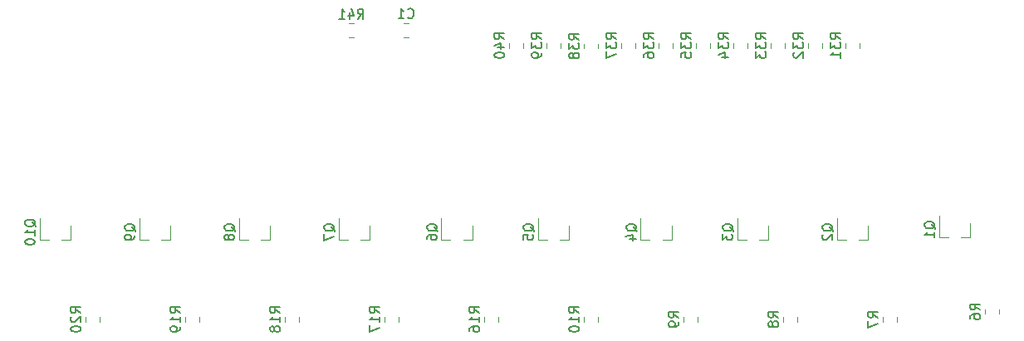
<source format=gbr>
%TF.GenerationSoftware,KiCad,Pcbnew,(5.1.9)-1*%
%TF.CreationDate,2021-03-17T19:06:28+01:00*%
%TF.ProjectId,Nvum_CNC_expander,4e76756d-5f43-44e4-935f-657870616e64,1*%
%TF.SameCoordinates,Original*%
%TF.FileFunction,Legend,Bot*%
%TF.FilePolarity,Positive*%
%FSLAX46Y46*%
G04 Gerber Fmt 4.6, Leading zero omitted, Abs format (unit mm)*
G04 Created by KiCad (PCBNEW (5.1.9)-1) date 2021-03-17 19:06:28*
%MOMM*%
%LPD*%
G01*
G04 APERTURE LIST*
%ADD10C,0.120000*%
%ADD11C,0.150000*%
G04 APERTURE END LIST*
D10*
%TO.C,C1*%
X65263752Y-62965000D02*
X64741248Y-62965000D01*
X65263752Y-61495000D02*
X64741248Y-61495000D01*
%TO.C,Q1*%
X122484000Y-83326000D02*
X121554000Y-83326000D01*
X119324000Y-83326000D02*
X120254000Y-83326000D01*
X119324000Y-83326000D02*
X119324000Y-81166000D01*
X122484000Y-83326000D02*
X122484000Y-81866000D01*
%TO.C,Q2*%
X112070000Y-83580000D02*
X112070000Y-82120000D01*
X108910000Y-83580000D02*
X108910000Y-81420000D01*
X108910000Y-83580000D02*
X109840000Y-83580000D01*
X112070000Y-83580000D02*
X111140000Y-83580000D01*
%TO.C,Q3*%
X101910000Y-83580000D02*
X100980000Y-83580000D01*
X98750000Y-83580000D02*
X99680000Y-83580000D01*
X98750000Y-83580000D02*
X98750000Y-81420000D01*
X101910000Y-83580000D02*
X101910000Y-82120000D01*
%TO.C,Q4*%
X92070000Y-83580000D02*
X92070000Y-82120000D01*
X88910000Y-83580000D02*
X88910000Y-81420000D01*
X88910000Y-83580000D02*
X89840000Y-83580000D01*
X92070000Y-83580000D02*
X91140000Y-83580000D01*
%TO.C,Q5*%
X81590000Y-83580000D02*
X81590000Y-82120000D01*
X78430000Y-83580000D02*
X78430000Y-81420000D01*
X78430000Y-83580000D02*
X79360000Y-83580000D01*
X81590000Y-83580000D02*
X80660000Y-83580000D01*
%TO.C,Q6*%
X71750000Y-83580000D02*
X70820000Y-83580000D01*
X68590000Y-83580000D02*
X69520000Y-83580000D01*
X68590000Y-83580000D02*
X68590000Y-81420000D01*
X71750000Y-83580000D02*
X71750000Y-82120000D01*
%TO.C,Q7*%
X61270000Y-83580000D02*
X60340000Y-83580000D01*
X58110000Y-83580000D02*
X59040000Y-83580000D01*
X58110000Y-83580000D02*
X58110000Y-81420000D01*
X61270000Y-83580000D02*
X61270000Y-82120000D01*
%TO.C,Q8*%
X51110000Y-83580000D02*
X50180000Y-83580000D01*
X47950000Y-83580000D02*
X48880000Y-83580000D01*
X47950000Y-83580000D02*
X47950000Y-81420000D01*
X51110000Y-83580000D02*
X51110000Y-82120000D01*
%TO.C,Q9*%
X40950000Y-83580000D02*
X40950000Y-82120000D01*
X37790000Y-83580000D02*
X37790000Y-81420000D01*
X37790000Y-83580000D02*
X38720000Y-83580000D01*
X40950000Y-83580000D02*
X40020000Y-83580000D01*
%TO.C,Q10*%
X30790000Y-83580000D02*
X30790000Y-82120000D01*
X27630000Y-83580000D02*
X27630000Y-81420000D01*
X27630000Y-83580000D02*
X28560000Y-83580000D01*
X30790000Y-83580000D02*
X29860000Y-83580000D01*
%TO.C,R6*%
X125449000Y-90688936D02*
X125449000Y-91143064D01*
X123979000Y-90688936D02*
X123979000Y-91143064D01*
%TO.C,R7*%
X115035000Y-91482936D02*
X115035000Y-91937064D01*
X113565000Y-91482936D02*
X113565000Y-91937064D01*
%TO.C,R8*%
X103405000Y-91482936D02*
X103405000Y-91937064D01*
X104875000Y-91482936D02*
X104875000Y-91937064D01*
%TO.C,R9*%
X94715000Y-91482936D02*
X94715000Y-91937064D01*
X93245000Y-91482936D02*
X93245000Y-91937064D01*
%TO.C,R10*%
X84555000Y-91482936D02*
X84555000Y-91937064D01*
X83085000Y-91482936D02*
X83085000Y-91937064D01*
%TO.C,R16*%
X72925000Y-91482936D02*
X72925000Y-91937064D01*
X74395000Y-91482936D02*
X74395000Y-91937064D01*
%TO.C,R17*%
X64235000Y-91482936D02*
X64235000Y-91937064D01*
X62765000Y-91482936D02*
X62765000Y-91937064D01*
%TO.C,R18*%
X52605000Y-91482936D02*
X52605000Y-91937064D01*
X54075000Y-91482936D02*
X54075000Y-91937064D01*
%TO.C,R19*%
X42445000Y-91482936D02*
X42445000Y-91937064D01*
X43915000Y-91482936D02*
X43915000Y-91937064D01*
%TO.C,R20*%
X32285000Y-91482936D02*
X32285000Y-91937064D01*
X33755000Y-91482936D02*
X33755000Y-91937064D01*
%TO.C,R31*%
X111225000Y-63542936D02*
X111225000Y-63997064D01*
X109755000Y-63542936D02*
X109755000Y-63997064D01*
%TO.C,R32*%
X105945000Y-63542936D02*
X105945000Y-63997064D01*
X107415000Y-63542936D02*
X107415000Y-63997064D01*
%TO.C,R33*%
X103605000Y-63542936D02*
X103605000Y-63997064D01*
X102135000Y-63542936D02*
X102135000Y-63997064D01*
%TO.C,R34*%
X98325000Y-63542936D02*
X98325000Y-63997064D01*
X99795000Y-63542936D02*
X99795000Y-63997064D01*
%TO.C,R35*%
X95985000Y-63542936D02*
X95985000Y-63997064D01*
X94515000Y-63542936D02*
X94515000Y-63997064D01*
%TO.C,R36*%
X92175000Y-63542936D02*
X92175000Y-63997064D01*
X90705000Y-63542936D02*
X90705000Y-63997064D01*
%TO.C,R37*%
X86895000Y-63542936D02*
X86895000Y-63997064D01*
X88365000Y-63542936D02*
X88365000Y-63997064D01*
%TO.C,R38*%
X84555000Y-63587937D02*
X84555000Y-64042065D01*
X83085000Y-63587937D02*
X83085000Y-64042065D01*
%TO.C,R39*%
X79275000Y-63542936D02*
X79275000Y-63997064D01*
X80745000Y-63542936D02*
X80745000Y-63997064D01*
%TO.C,R40*%
X76935000Y-63542936D02*
X76935000Y-63997064D01*
X75465000Y-63542936D02*
X75465000Y-63997064D01*
%TO.C,R41*%
X59647064Y-61495000D02*
X59192936Y-61495000D01*
X59647064Y-62965000D02*
X59192936Y-62965000D01*
%TO.C,C1*%
D11*
X65169166Y-60907142D02*
X65216785Y-60954761D01*
X65359642Y-61002380D01*
X65454880Y-61002380D01*
X65597738Y-60954761D01*
X65692976Y-60859523D01*
X65740595Y-60764285D01*
X65788214Y-60573809D01*
X65788214Y-60430952D01*
X65740595Y-60240476D01*
X65692976Y-60145238D01*
X65597738Y-60050000D01*
X65454880Y-60002380D01*
X65359642Y-60002380D01*
X65216785Y-60050000D01*
X65169166Y-60097619D01*
X64216785Y-61002380D02*
X64788214Y-61002380D01*
X64502500Y-61002380D02*
X64502500Y-60002380D01*
X64597738Y-60145238D01*
X64692976Y-60240476D01*
X64788214Y-60288095D01*
%TO.C,Q1*%
X118951619Y-82470761D02*
X118904000Y-82375523D01*
X118808761Y-82280285D01*
X118665904Y-82137428D01*
X118618285Y-82042190D01*
X118618285Y-81946952D01*
X118856380Y-81994571D02*
X118808761Y-81899333D01*
X118713523Y-81804095D01*
X118523047Y-81756476D01*
X118189714Y-81756476D01*
X117999238Y-81804095D01*
X117904000Y-81899333D01*
X117856380Y-81994571D01*
X117856380Y-82185047D01*
X117904000Y-82280285D01*
X117999238Y-82375523D01*
X118189714Y-82423142D01*
X118523047Y-82423142D01*
X118713523Y-82375523D01*
X118808761Y-82280285D01*
X118856380Y-82185047D01*
X118856380Y-81994571D01*
X118856380Y-83375523D02*
X118856380Y-82804095D01*
X118856380Y-83089809D02*
X117856380Y-83089809D01*
X117999238Y-82994571D01*
X118094476Y-82899333D01*
X118142095Y-82804095D01*
%TO.C,Q2*%
X108537619Y-82724761D02*
X108490000Y-82629523D01*
X108394761Y-82534285D01*
X108251904Y-82391428D01*
X108204285Y-82296190D01*
X108204285Y-82200952D01*
X108442380Y-82248571D02*
X108394761Y-82153333D01*
X108299523Y-82058095D01*
X108109047Y-82010476D01*
X107775714Y-82010476D01*
X107585238Y-82058095D01*
X107490000Y-82153333D01*
X107442380Y-82248571D01*
X107442380Y-82439047D01*
X107490000Y-82534285D01*
X107585238Y-82629523D01*
X107775714Y-82677142D01*
X108109047Y-82677142D01*
X108299523Y-82629523D01*
X108394761Y-82534285D01*
X108442380Y-82439047D01*
X108442380Y-82248571D01*
X107537619Y-83058095D02*
X107490000Y-83105714D01*
X107442380Y-83200952D01*
X107442380Y-83439047D01*
X107490000Y-83534285D01*
X107537619Y-83581904D01*
X107632857Y-83629523D01*
X107728095Y-83629523D01*
X107870952Y-83581904D01*
X108442380Y-83010476D01*
X108442380Y-83629523D01*
%TO.C,Q3*%
X98377619Y-82724761D02*
X98330000Y-82629523D01*
X98234761Y-82534285D01*
X98091904Y-82391428D01*
X98044285Y-82296190D01*
X98044285Y-82200952D01*
X98282380Y-82248571D02*
X98234761Y-82153333D01*
X98139523Y-82058095D01*
X97949047Y-82010476D01*
X97615714Y-82010476D01*
X97425238Y-82058095D01*
X97330000Y-82153333D01*
X97282380Y-82248571D01*
X97282380Y-82439047D01*
X97330000Y-82534285D01*
X97425238Y-82629523D01*
X97615714Y-82677142D01*
X97949047Y-82677142D01*
X98139523Y-82629523D01*
X98234761Y-82534285D01*
X98282380Y-82439047D01*
X98282380Y-82248571D01*
X97282380Y-83010476D02*
X97282380Y-83629523D01*
X97663333Y-83296190D01*
X97663333Y-83439047D01*
X97710952Y-83534285D01*
X97758571Y-83581904D01*
X97853809Y-83629523D01*
X98091904Y-83629523D01*
X98187142Y-83581904D01*
X98234761Y-83534285D01*
X98282380Y-83439047D01*
X98282380Y-83153333D01*
X98234761Y-83058095D01*
X98187142Y-83010476D01*
%TO.C,Q4*%
X88537619Y-82724761D02*
X88490000Y-82629523D01*
X88394761Y-82534285D01*
X88251904Y-82391428D01*
X88204285Y-82296190D01*
X88204285Y-82200952D01*
X88442380Y-82248571D02*
X88394761Y-82153333D01*
X88299523Y-82058095D01*
X88109047Y-82010476D01*
X87775714Y-82010476D01*
X87585238Y-82058095D01*
X87490000Y-82153333D01*
X87442380Y-82248571D01*
X87442380Y-82439047D01*
X87490000Y-82534285D01*
X87585238Y-82629523D01*
X87775714Y-82677142D01*
X88109047Y-82677142D01*
X88299523Y-82629523D01*
X88394761Y-82534285D01*
X88442380Y-82439047D01*
X88442380Y-82248571D01*
X87775714Y-83534285D02*
X88442380Y-83534285D01*
X87394761Y-83296190D02*
X88109047Y-83058095D01*
X88109047Y-83677142D01*
%TO.C,Q5*%
X78057619Y-82724761D02*
X78010000Y-82629523D01*
X77914761Y-82534285D01*
X77771904Y-82391428D01*
X77724285Y-82296190D01*
X77724285Y-82200952D01*
X77962380Y-82248571D02*
X77914761Y-82153333D01*
X77819523Y-82058095D01*
X77629047Y-82010476D01*
X77295714Y-82010476D01*
X77105238Y-82058095D01*
X77010000Y-82153333D01*
X76962380Y-82248571D01*
X76962380Y-82439047D01*
X77010000Y-82534285D01*
X77105238Y-82629523D01*
X77295714Y-82677142D01*
X77629047Y-82677142D01*
X77819523Y-82629523D01*
X77914761Y-82534285D01*
X77962380Y-82439047D01*
X77962380Y-82248571D01*
X76962380Y-83581904D02*
X76962380Y-83105714D01*
X77438571Y-83058095D01*
X77390952Y-83105714D01*
X77343333Y-83200952D01*
X77343333Y-83439047D01*
X77390952Y-83534285D01*
X77438571Y-83581904D01*
X77533809Y-83629523D01*
X77771904Y-83629523D01*
X77867142Y-83581904D01*
X77914761Y-83534285D01*
X77962380Y-83439047D01*
X77962380Y-83200952D01*
X77914761Y-83105714D01*
X77867142Y-83058095D01*
%TO.C,Q6*%
X68217619Y-82724761D02*
X68170000Y-82629523D01*
X68074761Y-82534285D01*
X67931904Y-82391428D01*
X67884285Y-82296190D01*
X67884285Y-82200952D01*
X68122380Y-82248571D02*
X68074761Y-82153333D01*
X67979523Y-82058095D01*
X67789047Y-82010476D01*
X67455714Y-82010476D01*
X67265238Y-82058095D01*
X67170000Y-82153333D01*
X67122380Y-82248571D01*
X67122380Y-82439047D01*
X67170000Y-82534285D01*
X67265238Y-82629523D01*
X67455714Y-82677142D01*
X67789047Y-82677142D01*
X67979523Y-82629523D01*
X68074761Y-82534285D01*
X68122380Y-82439047D01*
X68122380Y-82248571D01*
X67122380Y-83534285D02*
X67122380Y-83343809D01*
X67170000Y-83248571D01*
X67217619Y-83200952D01*
X67360476Y-83105714D01*
X67550952Y-83058095D01*
X67931904Y-83058095D01*
X68027142Y-83105714D01*
X68074761Y-83153333D01*
X68122380Y-83248571D01*
X68122380Y-83439047D01*
X68074761Y-83534285D01*
X68027142Y-83581904D01*
X67931904Y-83629523D01*
X67693809Y-83629523D01*
X67598571Y-83581904D01*
X67550952Y-83534285D01*
X67503333Y-83439047D01*
X67503333Y-83248571D01*
X67550952Y-83153333D01*
X67598571Y-83105714D01*
X67693809Y-83058095D01*
%TO.C,Q7*%
X57737619Y-82724761D02*
X57690000Y-82629523D01*
X57594761Y-82534285D01*
X57451904Y-82391428D01*
X57404285Y-82296190D01*
X57404285Y-82200952D01*
X57642380Y-82248571D02*
X57594761Y-82153333D01*
X57499523Y-82058095D01*
X57309047Y-82010476D01*
X56975714Y-82010476D01*
X56785238Y-82058095D01*
X56690000Y-82153333D01*
X56642380Y-82248571D01*
X56642380Y-82439047D01*
X56690000Y-82534285D01*
X56785238Y-82629523D01*
X56975714Y-82677142D01*
X57309047Y-82677142D01*
X57499523Y-82629523D01*
X57594761Y-82534285D01*
X57642380Y-82439047D01*
X57642380Y-82248571D01*
X56642380Y-83010476D02*
X56642380Y-83677142D01*
X57642380Y-83248571D01*
%TO.C,Q8*%
X47577619Y-82724761D02*
X47530000Y-82629523D01*
X47434761Y-82534285D01*
X47291904Y-82391428D01*
X47244285Y-82296190D01*
X47244285Y-82200952D01*
X47482380Y-82248571D02*
X47434761Y-82153333D01*
X47339523Y-82058095D01*
X47149047Y-82010476D01*
X46815714Y-82010476D01*
X46625238Y-82058095D01*
X46530000Y-82153333D01*
X46482380Y-82248571D01*
X46482380Y-82439047D01*
X46530000Y-82534285D01*
X46625238Y-82629523D01*
X46815714Y-82677142D01*
X47149047Y-82677142D01*
X47339523Y-82629523D01*
X47434761Y-82534285D01*
X47482380Y-82439047D01*
X47482380Y-82248571D01*
X46910952Y-83248571D02*
X46863333Y-83153333D01*
X46815714Y-83105714D01*
X46720476Y-83058095D01*
X46672857Y-83058095D01*
X46577619Y-83105714D01*
X46530000Y-83153333D01*
X46482380Y-83248571D01*
X46482380Y-83439047D01*
X46530000Y-83534285D01*
X46577619Y-83581904D01*
X46672857Y-83629523D01*
X46720476Y-83629523D01*
X46815714Y-83581904D01*
X46863333Y-83534285D01*
X46910952Y-83439047D01*
X46910952Y-83248571D01*
X46958571Y-83153333D01*
X47006190Y-83105714D01*
X47101428Y-83058095D01*
X47291904Y-83058095D01*
X47387142Y-83105714D01*
X47434761Y-83153333D01*
X47482380Y-83248571D01*
X47482380Y-83439047D01*
X47434761Y-83534285D01*
X47387142Y-83581904D01*
X47291904Y-83629523D01*
X47101428Y-83629523D01*
X47006190Y-83581904D01*
X46958571Y-83534285D01*
X46910952Y-83439047D01*
%TO.C,Q9*%
X37417619Y-82724761D02*
X37370000Y-82629523D01*
X37274761Y-82534285D01*
X37131904Y-82391428D01*
X37084285Y-82296190D01*
X37084285Y-82200952D01*
X37322380Y-82248571D02*
X37274761Y-82153333D01*
X37179523Y-82058095D01*
X36989047Y-82010476D01*
X36655714Y-82010476D01*
X36465238Y-82058095D01*
X36370000Y-82153333D01*
X36322380Y-82248571D01*
X36322380Y-82439047D01*
X36370000Y-82534285D01*
X36465238Y-82629523D01*
X36655714Y-82677142D01*
X36989047Y-82677142D01*
X37179523Y-82629523D01*
X37274761Y-82534285D01*
X37322380Y-82439047D01*
X37322380Y-82248571D01*
X37322380Y-83153333D02*
X37322380Y-83343809D01*
X37274761Y-83439047D01*
X37227142Y-83486666D01*
X37084285Y-83581904D01*
X36893809Y-83629523D01*
X36512857Y-83629523D01*
X36417619Y-83581904D01*
X36370000Y-83534285D01*
X36322380Y-83439047D01*
X36322380Y-83248571D01*
X36370000Y-83153333D01*
X36417619Y-83105714D01*
X36512857Y-83058095D01*
X36750952Y-83058095D01*
X36846190Y-83105714D01*
X36893809Y-83153333D01*
X36941428Y-83248571D01*
X36941428Y-83439047D01*
X36893809Y-83534285D01*
X36846190Y-83581904D01*
X36750952Y-83629523D01*
%TO.C,Q10*%
X27257619Y-82248571D02*
X27210000Y-82153333D01*
X27114761Y-82058095D01*
X26971904Y-81915238D01*
X26924285Y-81820000D01*
X26924285Y-81724761D01*
X27162380Y-81772380D02*
X27114761Y-81677142D01*
X27019523Y-81581904D01*
X26829047Y-81534285D01*
X26495714Y-81534285D01*
X26305238Y-81581904D01*
X26210000Y-81677142D01*
X26162380Y-81772380D01*
X26162380Y-81962857D01*
X26210000Y-82058095D01*
X26305238Y-82153333D01*
X26495714Y-82200952D01*
X26829047Y-82200952D01*
X27019523Y-82153333D01*
X27114761Y-82058095D01*
X27162380Y-81962857D01*
X27162380Y-81772380D01*
X27162380Y-83153333D02*
X27162380Y-82581904D01*
X27162380Y-82867619D02*
X26162380Y-82867619D01*
X26305238Y-82772380D01*
X26400476Y-82677142D01*
X26448095Y-82581904D01*
X26162380Y-83772380D02*
X26162380Y-83867619D01*
X26210000Y-83962857D01*
X26257619Y-84010476D01*
X26352857Y-84058095D01*
X26543333Y-84105714D01*
X26781428Y-84105714D01*
X26971904Y-84058095D01*
X27067142Y-84010476D01*
X27114761Y-83962857D01*
X27162380Y-83867619D01*
X27162380Y-83772380D01*
X27114761Y-83677142D01*
X27067142Y-83629523D01*
X26971904Y-83581904D01*
X26781428Y-83534285D01*
X26543333Y-83534285D01*
X26352857Y-83581904D01*
X26257619Y-83629523D01*
X26210000Y-83677142D01*
X26162380Y-83772380D01*
%TO.C,R6*%
X123516380Y-90749333D02*
X123040190Y-90416000D01*
X123516380Y-90177904D02*
X122516380Y-90177904D01*
X122516380Y-90558857D01*
X122564000Y-90654095D01*
X122611619Y-90701714D01*
X122706857Y-90749333D01*
X122849714Y-90749333D01*
X122944952Y-90701714D01*
X122992571Y-90654095D01*
X123040190Y-90558857D01*
X123040190Y-90177904D01*
X122516380Y-91606476D02*
X122516380Y-91416000D01*
X122564000Y-91320761D01*
X122611619Y-91273142D01*
X122754476Y-91177904D01*
X122944952Y-91130285D01*
X123325904Y-91130285D01*
X123421142Y-91177904D01*
X123468761Y-91225523D01*
X123516380Y-91320761D01*
X123516380Y-91511238D01*
X123468761Y-91606476D01*
X123421142Y-91654095D01*
X123325904Y-91701714D01*
X123087809Y-91701714D01*
X122992571Y-91654095D01*
X122944952Y-91606476D01*
X122897333Y-91511238D01*
X122897333Y-91320761D01*
X122944952Y-91225523D01*
X122992571Y-91177904D01*
X123087809Y-91130285D01*
%TO.C,R7*%
X113102380Y-91543333D02*
X112626190Y-91210000D01*
X113102380Y-90971904D02*
X112102380Y-90971904D01*
X112102380Y-91352857D01*
X112150000Y-91448095D01*
X112197619Y-91495714D01*
X112292857Y-91543333D01*
X112435714Y-91543333D01*
X112530952Y-91495714D01*
X112578571Y-91448095D01*
X112626190Y-91352857D01*
X112626190Y-90971904D01*
X112102380Y-91876666D02*
X112102380Y-92543333D01*
X113102380Y-92114761D01*
%TO.C,R8*%
X102942380Y-91543333D02*
X102466190Y-91210000D01*
X102942380Y-90971904D02*
X101942380Y-90971904D01*
X101942380Y-91352857D01*
X101990000Y-91448095D01*
X102037619Y-91495714D01*
X102132857Y-91543333D01*
X102275714Y-91543333D01*
X102370952Y-91495714D01*
X102418571Y-91448095D01*
X102466190Y-91352857D01*
X102466190Y-90971904D01*
X102370952Y-92114761D02*
X102323333Y-92019523D01*
X102275714Y-91971904D01*
X102180476Y-91924285D01*
X102132857Y-91924285D01*
X102037619Y-91971904D01*
X101990000Y-92019523D01*
X101942380Y-92114761D01*
X101942380Y-92305238D01*
X101990000Y-92400476D01*
X102037619Y-92448095D01*
X102132857Y-92495714D01*
X102180476Y-92495714D01*
X102275714Y-92448095D01*
X102323333Y-92400476D01*
X102370952Y-92305238D01*
X102370952Y-92114761D01*
X102418571Y-92019523D01*
X102466190Y-91971904D01*
X102561428Y-91924285D01*
X102751904Y-91924285D01*
X102847142Y-91971904D01*
X102894761Y-92019523D01*
X102942380Y-92114761D01*
X102942380Y-92305238D01*
X102894761Y-92400476D01*
X102847142Y-92448095D01*
X102751904Y-92495714D01*
X102561428Y-92495714D01*
X102466190Y-92448095D01*
X102418571Y-92400476D01*
X102370952Y-92305238D01*
%TO.C,R9*%
X92782380Y-91543333D02*
X92306190Y-91210000D01*
X92782380Y-90971904D02*
X91782380Y-90971904D01*
X91782380Y-91352857D01*
X91830000Y-91448095D01*
X91877619Y-91495714D01*
X91972857Y-91543333D01*
X92115714Y-91543333D01*
X92210952Y-91495714D01*
X92258571Y-91448095D01*
X92306190Y-91352857D01*
X92306190Y-90971904D01*
X92782380Y-92019523D02*
X92782380Y-92210000D01*
X92734761Y-92305238D01*
X92687142Y-92352857D01*
X92544285Y-92448095D01*
X92353809Y-92495714D01*
X91972857Y-92495714D01*
X91877619Y-92448095D01*
X91830000Y-92400476D01*
X91782380Y-92305238D01*
X91782380Y-92114761D01*
X91830000Y-92019523D01*
X91877619Y-91971904D01*
X91972857Y-91924285D01*
X92210952Y-91924285D01*
X92306190Y-91971904D01*
X92353809Y-92019523D01*
X92401428Y-92114761D01*
X92401428Y-92305238D01*
X92353809Y-92400476D01*
X92306190Y-92448095D01*
X92210952Y-92495714D01*
%TO.C,R10*%
X82622380Y-91067142D02*
X82146190Y-90733809D01*
X82622380Y-90495714D02*
X81622380Y-90495714D01*
X81622380Y-90876666D01*
X81670000Y-90971904D01*
X81717619Y-91019523D01*
X81812857Y-91067142D01*
X81955714Y-91067142D01*
X82050952Y-91019523D01*
X82098571Y-90971904D01*
X82146190Y-90876666D01*
X82146190Y-90495714D01*
X82622380Y-92019523D02*
X82622380Y-91448095D01*
X82622380Y-91733809D02*
X81622380Y-91733809D01*
X81765238Y-91638571D01*
X81860476Y-91543333D01*
X81908095Y-91448095D01*
X81622380Y-92638571D02*
X81622380Y-92733809D01*
X81670000Y-92829047D01*
X81717619Y-92876666D01*
X81812857Y-92924285D01*
X82003333Y-92971904D01*
X82241428Y-92971904D01*
X82431904Y-92924285D01*
X82527142Y-92876666D01*
X82574761Y-92829047D01*
X82622380Y-92733809D01*
X82622380Y-92638571D01*
X82574761Y-92543333D01*
X82527142Y-92495714D01*
X82431904Y-92448095D01*
X82241428Y-92400476D01*
X82003333Y-92400476D01*
X81812857Y-92448095D01*
X81717619Y-92495714D01*
X81670000Y-92543333D01*
X81622380Y-92638571D01*
%TO.C,R16*%
X72462380Y-91067142D02*
X71986190Y-90733809D01*
X72462380Y-90495714D02*
X71462380Y-90495714D01*
X71462380Y-90876666D01*
X71510000Y-90971904D01*
X71557619Y-91019523D01*
X71652857Y-91067142D01*
X71795714Y-91067142D01*
X71890952Y-91019523D01*
X71938571Y-90971904D01*
X71986190Y-90876666D01*
X71986190Y-90495714D01*
X72462380Y-92019523D02*
X72462380Y-91448095D01*
X72462380Y-91733809D02*
X71462380Y-91733809D01*
X71605238Y-91638571D01*
X71700476Y-91543333D01*
X71748095Y-91448095D01*
X71462380Y-92876666D02*
X71462380Y-92686190D01*
X71510000Y-92590952D01*
X71557619Y-92543333D01*
X71700476Y-92448095D01*
X71890952Y-92400476D01*
X72271904Y-92400476D01*
X72367142Y-92448095D01*
X72414761Y-92495714D01*
X72462380Y-92590952D01*
X72462380Y-92781428D01*
X72414761Y-92876666D01*
X72367142Y-92924285D01*
X72271904Y-92971904D01*
X72033809Y-92971904D01*
X71938571Y-92924285D01*
X71890952Y-92876666D01*
X71843333Y-92781428D01*
X71843333Y-92590952D01*
X71890952Y-92495714D01*
X71938571Y-92448095D01*
X72033809Y-92400476D01*
%TO.C,R17*%
X62302380Y-91067142D02*
X61826190Y-90733809D01*
X62302380Y-90495714D02*
X61302380Y-90495714D01*
X61302380Y-90876666D01*
X61350000Y-90971904D01*
X61397619Y-91019523D01*
X61492857Y-91067142D01*
X61635714Y-91067142D01*
X61730952Y-91019523D01*
X61778571Y-90971904D01*
X61826190Y-90876666D01*
X61826190Y-90495714D01*
X62302380Y-92019523D02*
X62302380Y-91448095D01*
X62302380Y-91733809D02*
X61302380Y-91733809D01*
X61445238Y-91638571D01*
X61540476Y-91543333D01*
X61588095Y-91448095D01*
X61302380Y-92352857D02*
X61302380Y-93019523D01*
X62302380Y-92590952D01*
%TO.C,R18*%
X52142380Y-91067142D02*
X51666190Y-90733809D01*
X52142380Y-90495714D02*
X51142380Y-90495714D01*
X51142380Y-90876666D01*
X51190000Y-90971904D01*
X51237619Y-91019523D01*
X51332857Y-91067142D01*
X51475714Y-91067142D01*
X51570952Y-91019523D01*
X51618571Y-90971904D01*
X51666190Y-90876666D01*
X51666190Y-90495714D01*
X52142380Y-92019523D02*
X52142380Y-91448095D01*
X52142380Y-91733809D02*
X51142380Y-91733809D01*
X51285238Y-91638571D01*
X51380476Y-91543333D01*
X51428095Y-91448095D01*
X51570952Y-92590952D02*
X51523333Y-92495714D01*
X51475714Y-92448095D01*
X51380476Y-92400476D01*
X51332857Y-92400476D01*
X51237619Y-92448095D01*
X51190000Y-92495714D01*
X51142380Y-92590952D01*
X51142380Y-92781428D01*
X51190000Y-92876666D01*
X51237619Y-92924285D01*
X51332857Y-92971904D01*
X51380476Y-92971904D01*
X51475714Y-92924285D01*
X51523333Y-92876666D01*
X51570952Y-92781428D01*
X51570952Y-92590952D01*
X51618571Y-92495714D01*
X51666190Y-92448095D01*
X51761428Y-92400476D01*
X51951904Y-92400476D01*
X52047142Y-92448095D01*
X52094761Y-92495714D01*
X52142380Y-92590952D01*
X52142380Y-92781428D01*
X52094761Y-92876666D01*
X52047142Y-92924285D01*
X51951904Y-92971904D01*
X51761428Y-92971904D01*
X51666190Y-92924285D01*
X51618571Y-92876666D01*
X51570952Y-92781428D01*
%TO.C,R19*%
X41982380Y-91067142D02*
X41506190Y-90733809D01*
X41982380Y-90495714D02*
X40982380Y-90495714D01*
X40982380Y-90876666D01*
X41030000Y-90971904D01*
X41077619Y-91019523D01*
X41172857Y-91067142D01*
X41315714Y-91067142D01*
X41410952Y-91019523D01*
X41458571Y-90971904D01*
X41506190Y-90876666D01*
X41506190Y-90495714D01*
X41982380Y-92019523D02*
X41982380Y-91448095D01*
X41982380Y-91733809D02*
X40982380Y-91733809D01*
X41125238Y-91638571D01*
X41220476Y-91543333D01*
X41268095Y-91448095D01*
X41982380Y-92495714D02*
X41982380Y-92686190D01*
X41934761Y-92781428D01*
X41887142Y-92829047D01*
X41744285Y-92924285D01*
X41553809Y-92971904D01*
X41172857Y-92971904D01*
X41077619Y-92924285D01*
X41030000Y-92876666D01*
X40982380Y-92781428D01*
X40982380Y-92590952D01*
X41030000Y-92495714D01*
X41077619Y-92448095D01*
X41172857Y-92400476D01*
X41410952Y-92400476D01*
X41506190Y-92448095D01*
X41553809Y-92495714D01*
X41601428Y-92590952D01*
X41601428Y-92781428D01*
X41553809Y-92876666D01*
X41506190Y-92924285D01*
X41410952Y-92971904D01*
%TO.C,R20*%
X31822380Y-91067142D02*
X31346190Y-90733809D01*
X31822380Y-90495714D02*
X30822380Y-90495714D01*
X30822380Y-90876666D01*
X30870000Y-90971904D01*
X30917619Y-91019523D01*
X31012857Y-91067142D01*
X31155714Y-91067142D01*
X31250952Y-91019523D01*
X31298571Y-90971904D01*
X31346190Y-90876666D01*
X31346190Y-90495714D01*
X30917619Y-91448095D02*
X30870000Y-91495714D01*
X30822380Y-91590952D01*
X30822380Y-91829047D01*
X30870000Y-91924285D01*
X30917619Y-91971904D01*
X31012857Y-92019523D01*
X31108095Y-92019523D01*
X31250952Y-91971904D01*
X31822380Y-91400476D01*
X31822380Y-92019523D01*
X30822380Y-92638571D02*
X30822380Y-92733809D01*
X30870000Y-92829047D01*
X30917619Y-92876666D01*
X31012857Y-92924285D01*
X31203333Y-92971904D01*
X31441428Y-92971904D01*
X31631904Y-92924285D01*
X31727142Y-92876666D01*
X31774761Y-92829047D01*
X31822380Y-92733809D01*
X31822380Y-92638571D01*
X31774761Y-92543333D01*
X31727142Y-92495714D01*
X31631904Y-92448095D01*
X31441428Y-92400476D01*
X31203333Y-92400476D01*
X31012857Y-92448095D01*
X30917619Y-92495714D01*
X30870000Y-92543333D01*
X30822380Y-92638571D01*
%TO.C,R31*%
X109292380Y-63127142D02*
X108816190Y-62793809D01*
X109292380Y-62555714D02*
X108292380Y-62555714D01*
X108292380Y-62936666D01*
X108340000Y-63031904D01*
X108387619Y-63079523D01*
X108482857Y-63127142D01*
X108625714Y-63127142D01*
X108720952Y-63079523D01*
X108768571Y-63031904D01*
X108816190Y-62936666D01*
X108816190Y-62555714D01*
X108292380Y-63460476D02*
X108292380Y-64079523D01*
X108673333Y-63746190D01*
X108673333Y-63889047D01*
X108720952Y-63984285D01*
X108768571Y-64031904D01*
X108863809Y-64079523D01*
X109101904Y-64079523D01*
X109197142Y-64031904D01*
X109244761Y-63984285D01*
X109292380Y-63889047D01*
X109292380Y-63603333D01*
X109244761Y-63508095D01*
X109197142Y-63460476D01*
X109292380Y-65031904D02*
X109292380Y-64460476D01*
X109292380Y-64746190D02*
X108292380Y-64746190D01*
X108435238Y-64650952D01*
X108530476Y-64555714D01*
X108578095Y-64460476D01*
%TO.C,R32*%
X105482380Y-63127142D02*
X105006190Y-62793809D01*
X105482380Y-62555714D02*
X104482380Y-62555714D01*
X104482380Y-62936666D01*
X104530000Y-63031904D01*
X104577619Y-63079523D01*
X104672857Y-63127142D01*
X104815714Y-63127142D01*
X104910952Y-63079523D01*
X104958571Y-63031904D01*
X105006190Y-62936666D01*
X105006190Y-62555714D01*
X104482380Y-63460476D02*
X104482380Y-64079523D01*
X104863333Y-63746190D01*
X104863333Y-63889047D01*
X104910952Y-63984285D01*
X104958571Y-64031904D01*
X105053809Y-64079523D01*
X105291904Y-64079523D01*
X105387142Y-64031904D01*
X105434761Y-63984285D01*
X105482380Y-63889047D01*
X105482380Y-63603333D01*
X105434761Y-63508095D01*
X105387142Y-63460476D01*
X104577619Y-64460476D02*
X104530000Y-64508095D01*
X104482380Y-64603333D01*
X104482380Y-64841428D01*
X104530000Y-64936666D01*
X104577619Y-64984285D01*
X104672857Y-65031904D01*
X104768095Y-65031904D01*
X104910952Y-64984285D01*
X105482380Y-64412857D01*
X105482380Y-65031904D01*
%TO.C,R33*%
X101672380Y-63127142D02*
X101196190Y-62793809D01*
X101672380Y-62555714D02*
X100672380Y-62555714D01*
X100672380Y-62936666D01*
X100720000Y-63031904D01*
X100767619Y-63079523D01*
X100862857Y-63127142D01*
X101005714Y-63127142D01*
X101100952Y-63079523D01*
X101148571Y-63031904D01*
X101196190Y-62936666D01*
X101196190Y-62555714D01*
X100672380Y-63460476D02*
X100672380Y-64079523D01*
X101053333Y-63746190D01*
X101053333Y-63889047D01*
X101100952Y-63984285D01*
X101148571Y-64031904D01*
X101243809Y-64079523D01*
X101481904Y-64079523D01*
X101577142Y-64031904D01*
X101624761Y-63984285D01*
X101672380Y-63889047D01*
X101672380Y-63603333D01*
X101624761Y-63508095D01*
X101577142Y-63460476D01*
X100672380Y-64412857D02*
X100672380Y-65031904D01*
X101053333Y-64698571D01*
X101053333Y-64841428D01*
X101100952Y-64936666D01*
X101148571Y-64984285D01*
X101243809Y-65031904D01*
X101481904Y-65031904D01*
X101577142Y-64984285D01*
X101624761Y-64936666D01*
X101672380Y-64841428D01*
X101672380Y-64555714D01*
X101624761Y-64460476D01*
X101577142Y-64412857D01*
%TO.C,R34*%
X97862380Y-63127142D02*
X97386190Y-62793809D01*
X97862380Y-62555714D02*
X96862380Y-62555714D01*
X96862380Y-62936666D01*
X96910000Y-63031904D01*
X96957619Y-63079523D01*
X97052857Y-63127142D01*
X97195714Y-63127142D01*
X97290952Y-63079523D01*
X97338571Y-63031904D01*
X97386190Y-62936666D01*
X97386190Y-62555714D01*
X96862380Y-63460476D02*
X96862380Y-64079523D01*
X97243333Y-63746190D01*
X97243333Y-63889047D01*
X97290952Y-63984285D01*
X97338571Y-64031904D01*
X97433809Y-64079523D01*
X97671904Y-64079523D01*
X97767142Y-64031904D01*
X97814761Y-63984285D01*
X97862380Y-63889047D01*
X97862380Y-63603333D01*
X97814761Y-63508095D01*
X97767142Y-63460476D01*
X97195714Y-64936666D02*
X97862380Y-64936666D01*
X96814761Y-64698571D02*
X97529047Y-64460476D01*
X97529047Y-65079523D01*
%TO.C,R35*%
X94052380Y-63127142D02*
X93576190Y-62793809D01*
X94052380Y-62555714D02*
X93052380Y-62555714D01*
X93052380Y-62936666D01*
X93100000Y-63031904D01*
X93147619Y-63079523D01*
X93242857Y-63127142D01*
X93385714Y-63127142D01*
X93480952Y-63079523D01*
X93528571Y-63031904D01*
X93576190Y-62936666D01*
X93576190Y-62555714D01*
X93052380Y-63460476D02*
X93052380Y-64079523D01*
X93433333Y-63746190D01*
X93433333Y-63889047D01*
X93480952Y-63984285D01*
X93528571Y-64031904D01*
X93623809Y-64079523D01*
X93861904Y-64079523D01*
X93957142Y-64031904D01*
X94004761Y-63984285D01*
X94052380Y-63889047D01*
X94052380Y-63603333D01*
X94004761Y-63508095D01*
X93957142Y-63460476D01*
X93052380Y-64984285D02*
X93052380Y-64508095D01*
X93528571Y-64460476D01*
X93480952Y-64508095D01*
X93433333Y-64603333D01*
X93433333Y-64841428D01*
X93480952Y-64936666D01*
X93528571Y-64984285D01*
X93623809Y-65031904D01*
X93861904Y-65031904D01*
X93957142Y-64984285D01*
X94004761Y-64936666D01*
X94052380Y-64841428D01*
X94052380Y-64603333D01*
X94004761Y-64508095D01*
X93957142Y-64460476D01*
%TO.C,R36*%
X90242380Y-63127142D02*
X89766190Y-62793809D01*
X90242380Y-62555714D02*
X89242380Y-62555714D01*
X89242380Y-62936666D01*
X89290000Y-63031904D01*
X89337619Y-63079523D01*
X89432857Y-63127142D01*
X89575714Y-63127142D01*
X89670952Y-63079523D01*
X89718571Y-63031904D01*
X89766190Y-62936666D01*
X89766190Y-62555714D01*
X89242380Y-63460476D02*
X89242380Y-64079523D01*
X89623333Y-63746190D01*
X89623333Y-63889047D01*
X89670952Y-63984285D01*
X89718571Y-64031904D01*
X89813809Y-64079523D01*
X90051904Y-64079523D01*
X90147142Y-64031904D01*
X90194761Y-63984285D01*
X90242380Y-63889047D01*
X90242380Y-63603333D01*
X90194761Y-63508095D01*
X90147142Y-63460476D01*
X89242380Y-64936666D02*
X89242380Y-64746190D01*
X89290000Y-64650952D01*
X89337619Y-64603333D01*
X89480476Y-64508095D01*
X89670952Y-64460476D01*
X90051904Y-64460476D01*
X90147142Y-64508095D01*
X90194761Y-64555714D01*
X90242380Y-64650952D01*
X90242380Y-64841428D01*
X90194761Y-64936666D01*
X90147142Y-64984285D01*
X90051904Y-65031904D01*
X89813809Y-65031904D01*
X89718571Y-64984285D01*
X89670952Y-64936666D01*
X89623333Y-64841428D01*
X89623333Y-64650952D01*
X89670952Y-64555714D01*
X89718571Y-64508095D01*
X89813809Y-64460476D01*
%TO.C,R37*%
X86432380Y-63127142D02*
X85956190Y-62793809D01*
X86432380Y-62555714D02*
X85432380Y-62555714D01*
X85432380Y-62936666D01*
X85480000Y-63031904D01*
X85527619Y-63079523D01*
X85622857Y-63127142D01*
X85765714Y-63127142D01*
X85860952Y-63079523D01*
X85908571Y-63031904D01*
X85956190Y-62936666D01*
X85956190Y-62555714D01*
X85432380Y-63460476D02*
X85432380Y-64079523D01*
X85813333Y-63746190D01*
X85813333Y-63889047D01*
X85860952Y-63984285D01*
X85908571Y-64031904D01*
X86003809Y-64079523D01*
X86241904Y-64079523D01*
X86337142Y-64031904D01*
X86384761Y-63984285D01*
X86432380Y-63889047D01*
X86432380Y-63603333D01*
X86384761Y-63508095D01*
X86337142Y-63460476D01*
X85432380Y-64412857D02*
X85432380Y-65079523D01*
X86432380Y-64650952D01*
%TO.C,R38*%
X82622380Y-63172143D02*
X82146190Y-62838810D01*
X82622380Y-62600715D02*
X81622380Y-62600715D01*
X81622380Y-62981667D01*
X81670000Y-63076905D01*
X81717619Y-63124524D01*
X81812857Y-63172143D01*
X81955714Y-63172143D01*
X82050952Y-63124524D01*
X82098571Y-63076905D01*
X82146190Y-62981667D01*
X82146190Y-62600715D01*
X81622380Y-63505477D02*
X81622380Y-64124524D01*
X82003333Y-63791191D01*
X82003333Y-63934048D01*
X82050952Y-64029286D01*
X82098571Y-64076905D01*
X82193809Y-64124524D01*
X82431904Y-64124524D01*
X82527142Y-64076905D01*
X82574761Y-64029286D01*
X82622380Y-63934048D01*
X82622380Y-63648334D01*
X82574761Y-63553096D01*
X82527142Y-63505477D01*
X82050952Y-64695953D02*
X82003333Y-64600715D01*
X81955714Y-64553096D01*
X81860476Y-64505477D01*
X81812857Y-64505477D01*
X81717619Y-64553096D01*
X81670000Y-64600715D01*
X81622380Y-64695953D01*
X81622380Y-64886429D01*
X81670000Y-64981667D01*
X81717619Y-65029286D01*
X81812857Y-65076905D01*
X81860476Y-65076905D01*
X81955714Y-65029286D01*
X82003333Y-64981667D01*
X82050952Y-64886429D01*
X82050952Y-64695953D01*
X82098571Y-64600715D01*
X82146190Y-64553096D01*
X82241428Y-64505477D01*
X82431904Y-64505477D01*
X82527142Y-64553096D01*
X82574761Y-64600715D01*
X82622380Y-64695953D01*
X82622380Y-64886429D01*
X82574761Y-64981667D01*
X82527142Y-65029286D01*
X82431904Y-65076905D01*
X82241428Y-65076905D01*
X82146190Y-65029286D01*
X82098571Y-64981667D01*
X82050952Y-64886429D01*
%TO.C,R39*%
X78812380Y-63127142D02*
X78336190Y-62793809D01*
X78812380Y-62555714D02*
X77812380Y-62555714D01*
X77812380Y-62936666D01*
X77860000Y-63031904D01*
X77907619Y-63079523D01*
X78002857Y-63127142D01*
X78145714Y-63127142D01*
X78240952Y-63079523D01*
X78288571Y-63031904D01*
X78336190Y-62936666D01*
X78336190Y-62555714D01*
X77812380Y-63460476D02*
X77812380Y-64079523D01*
X78193333Y-63746190D01*
X78193333Y-63889047D01*
X78240952Y-63984285D01*
X78288571Y-64031904D01*
X78383809Y-64079523D01*
X78621904Y-64079523D01*
X78717142Y-64031904D01*
X78764761Y-63984285D01*
X78812380Y-63889047D01*
X78812380Y-63603333D01*
X78764761Y-63508095D01*
X78717142Y-63460476D01*
X78812380Y-64555714D02*
X78812380Y-64746190D01*
X78764761Y-64841428D01*
X78717142Y-64889047D01*
X78574285Y-64984285D01*
X78383809Y-65031904D01*
X78002857Y-65031904D01*
X77907619Y-64984285D01*
X77860000Y-64936666D01*
X77812380Y-64841428D01*
X77812380Y-64650952D01*
X77860000Y-64555714D01*
X77907619Y-64508095D01*
X78002857Y-64460476D01*
X78240952Y-64460476D01*
X78336190Y-64508095D01*
X78383809Y-64555714D01*
X78431428Y-64650952D01*
X78431428Y-64841428D01*
X78383809Y-64936666D01*
X78336190Y-64984285D01*
X78240952Y-65031904D01*
%TO.C,R40*%
X75002380Y-63127142D02*
X74526190Y-62793809D01*
X75002380Y-62555714D02*
X74002380Y-62555714D01*
X74002380Y-62936666D01*
X74050000Y-63031904D01*
X74097619Y-63079523D01*
X74192857Y-63127142D01*
X74335714Y-63127142D01*
X74430952Y-63079523D01*
X74478571Y-63031904D01*
X74526190Y-62936666D01*
X74526190Y-62555714D01*
X74335714Y-63984285D02*
X75002380Y-63984285D01*
X73954761Y-63746190D02*
X74669047Y-63508095D01*
X74669047Y-64127142D01*
X74002380Y-64698571D02*
X74002380Y-64793809D01*
X74050000Y-64889047D01*
X74097619Y-64936666D01*
X74192857Y-64984285D01*
X74383333Y-65031904D01*
X74621428Y-65031904D01*
X74811904Y-64984285D01*
X74907142Y-64936666D01*
X74954761Y-64889047D01*
X75002380Y-64793809D01*
X75002380Y-64698571D01*
X74954761Y-64603333D01*
X74907142Y-64555714D01*
X74811904Y-64508095D01*
X74621428Y-64460476D01*
X74383333Y-64460476D01*
X74192857Y-64508095D01*
X74097619Y-64555714D01*
X74050000Y-64603333D01*
X74002380Y-64698571D01*
%TO.C,R41*%
X60062857Y-61032380D02*
X60396190Y-60556190D01*
X60634285Y-61032380D02*
X60634285Y-60032380D01*
X60253333Y-60032380D01*
X60158095Y-60080000D01*
X60110476Y-60127619D01*
X60062857Y-60222857D01*
X60062857Y-60365714D01*
X60110476Y-60460952D01*
X60158095Y-60508571D01*
X60253333Y-60556190D01*
X60634285Y-60556190D01*
X59205714Y-60365714D02*
X59205714Y-61032380D01*
X59443809Y-59984761D02*
X59681904Y-60699047D01*
X59062857Y-60699047D01*
X58158095Y-61032380D02*
X58729523Y-61032380D01*
X58443809Y-61032380D02*
X58443809Y-60032380D01*
X58539047Y-60175238D01*
X58634285Y-60270476D01*
X58729523Y-60318095D01*
%TD*%
M02*

</source>
